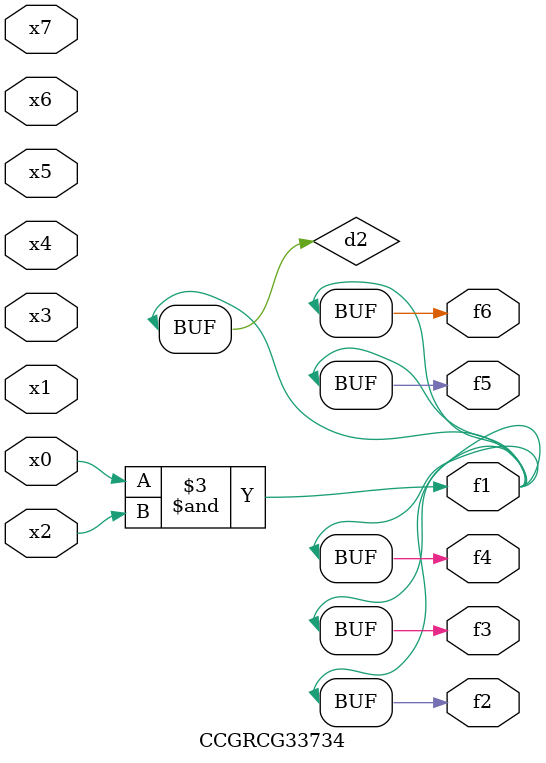
<source format=v>
module CCGRCG33734(
	input x0, x1, x2, x3, x4, x5, x6, x7,
	output f1, f2, f3, f4, f5, f6
);

	wire d1, d2;

	nor (d1, x3, x6);
	and (d2, x0, x2);
	assign f1 = d2;
	assign f2 = d2;
	assign f3 = d2;
	assign f4 = d2;
	assign f5 = d2;
	assign f6 = d2;
endmodule

</source>
